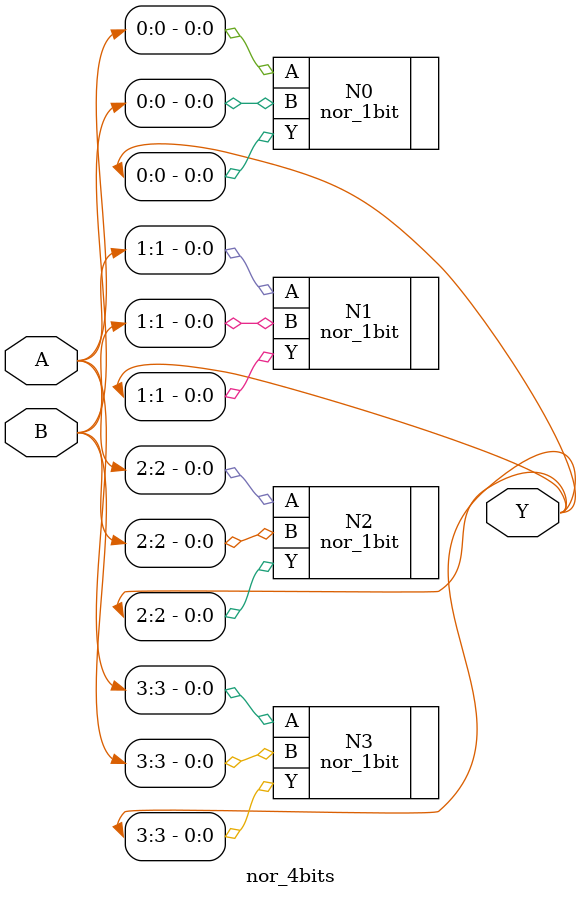
<source format=v>
`include "nor_1bit.v"

module nor_4bits (
    input  [3:0] A,
    input  [3:0] B,
    output [3:0] Y
);

    // Instanciamos las 4 puertas NOR de 1 bit
    nor_1bit N0 (.A(A[0]), .B(B[0]), .Y(Y[0]));
    nor_1bit N1 (.A(A[1]), .B(B[1]), .Y(Y[1]));
    nor_1bit N2 (.A(A[2]), .B(B[2]), .Y(Y[2]));
    nor_1bit N3 (.A(A[3]), .B(B[3]), .Y(Y[3]));

endmodule

</source>
